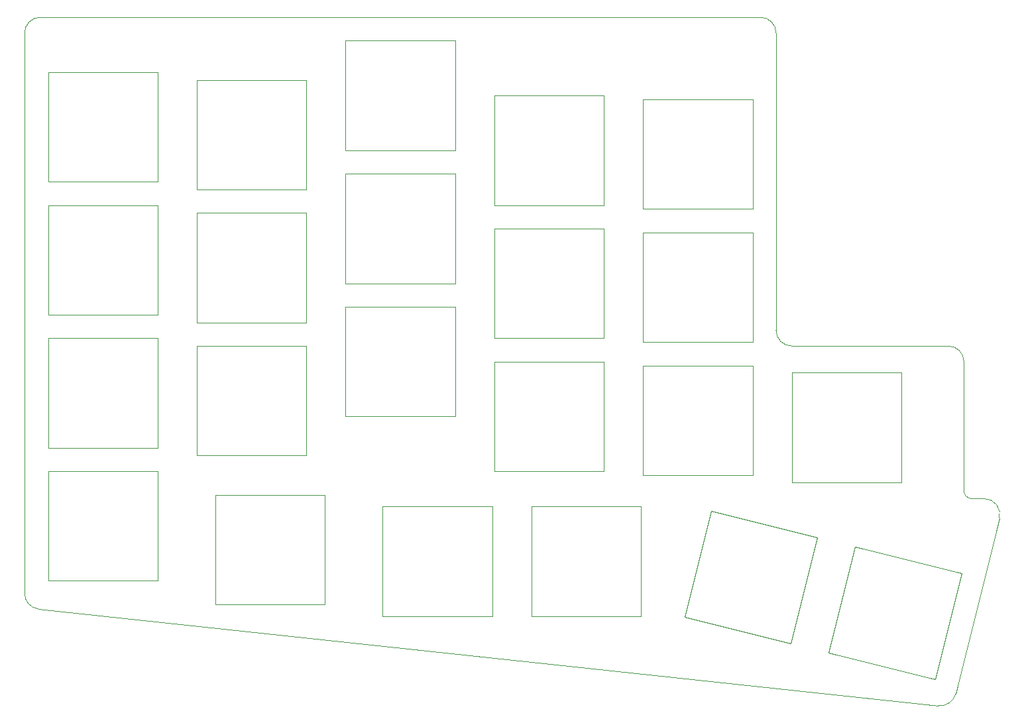
<source format=gbr>
G04 #@! TF.GenerationSoftware,KiCad,Pcbnew,(5.1.2)-2*
G04 #@! TF.CreationDate,2020-04-16T23:42:25+09:00*
G04 #@! TF.ProjectId,17mm topplate,31376d6d-2074-46f7-9070-6c6174652e6b,rev?*
G04 #@! TF.SameCoordinates,Original*
G04 #@! TF.FileFunction,Profile,NP*
%FSLAX46Y46*%
G04 Gerber Fmt 4.6, Leading zero omitted, Abs format (unit mm)*
G04 Created by KiCad (PCBNEW (5.1.2)-2) date 2020-04-16 23:42:25*
%MOMM*%
%LPD*%
G04 APERTURE LIST*
%ADD10C,0.050000*%
G04 APERTURE END LIST*
D10*
X202589999Y-131501502D02*
G75*
G02X204529999Y-133979999I1J-1998498D01*
G01*
X201000000Y-131500000D02*
G75*
G02X200000000Y-130500000I0J1000000D01*
G01*
X198000000Y-112000000D02*
G75*
G02X200000000Y-114000000I0J-2000000D01*
G01*
X201000000Y-131500000D02*
X202590000Y-131500000D01*
X200000000Y-114000000D02*
X200000000Y-130500000D01*
X192000000Y-115410000D02*
X192000000Y-129410000D01*
X178000000Y-115410000D02*
X192000000Y-115410000D01*
X178000000Y-129410000D02*
X178000000Y-115410000D01*
X192000000Y-129410000D02*
X178000000Y-129410000D01*
X199685523Y-141011383D02*
X196298617Y-154595523D01*
X186101383Y-137624477D02*
X199685523Y-141011383D01*
X182714477Y-151208617D02*
X186101383Y-137624477D01*
X196298617Y-154595523D02*
X182714477Y-151208617D01*
X181255523Y-136421383D02*
X177868617Y-150005523D01*
X167671383Y-133034477D02*
X181255523Y-136421383D01*
X164284477Y-146618617D02*
X167671383Y-133034477D01*
X177868617Y-150005523D02*
X164284477Y-146618617D01*
X173000000Y-114500000D02*
X173000000Y-128500000D01*
X159000000Y-114500000D02*
X173000000Y-114500000D01*
X159000000Y-128500000D02*
X159000000Y-114500000D01*
X173000000Y-128500000D02*
X159000000Y-128500000D01*
X173000000Y-97500000D02*
X173000000Y-111500000D01*
X159000000Y-97500000D02*
X173000000Y-97500000D01*
X159000000Y-111500000D02*
X159000000Y-97500000D01*
X173000000Y-111500000D02*
X159000000Y-111500000D01*
X173000000Y-80500000D02*
X173000000Y-94500000D01*
X159000000Y-80500000D02*
X173000000Y-80500000D01*
X159000000Y-94500000D02*
X159000000Y-80500000D01*
X173000000Y-94500000D02*
X159000000Y-94500000D01*
X158750000Y-132500000D02*
X158750000Y-146500000D01*
X144750000Y-132500000D02*
X158750000Y-132500000D01*
X144750000Y-146500000D02*
X144750000Y-132500000D01*
X158750000Y-146500000D02*
X144750000Y-146500000D01*
X154000000Y-114000000D02*
X154000000Y-128000000D01*
X140000000Y-114000000D02*
X154000000Y-114000000D01*
X140000000Y-128000000D02*
X140000000Y-114000000D01*
X154000000Y-128000000D02*
X140000000Y-128000000D01*
X154000000Y-97000000D02*
X154000000Y-111000000D01*
X140000000Y-97000000D02*
X154000000Y-97000000D01*
X140000000Y-111000000D02*
X140000000Y-97000000D01*
X154000000Y-111000000D02*
X140000000Y-111000000D01*
X154000000Y-80000000D02*
X154000000Y-94000000D01*
X140000000Y-80000000D02*
X154000000Y-80000000D01*
X140000000Y-94000000D02*
X140000000Y-80000000D01*
X154000000Y-94000000D02*
X140000000Y-94000000D01*
X139750000Y-132500000D02*
X139750000Y-146500000D01*
X125750000Y-132500000D02*
X139750000Y-132500000D01*
X125750000Y-146500000D02*
X125750000Y-132500000D01*
X139750000Y-146500000D02*
X125750000Y-146500000D01*
X135000000Y-107000000D02*
X135000000Y-121000000D01*
X121000000Y-107000000D02*
X135000000Y-107000000D01*
X121000000Y-121000000D02*
X121000000Y-107000000D01*
X135000000Y-121000000D02*
X121000000Y-121000000D01*
X135000000Y-90000000D02*
X135000000Y-104000000D01*
X121000000Y-90000000D02*
X135000000Y-90000000D01*
X121000000Y-104000000D02*
X121000000Y-90000000D01*
X135000000Y-104000000D02*
X121000000Y-104000000D01*
X135000000Y-73000000D02*
X135000000Y-87000000D01*
X121000000Y-73000000D02*
X135000000Y-73000000D01*
X121000000Y-87000000D02*
X121000000Y-73000000D01*
X135000000Y-87000000D02*
X121000000Y-87000000D01*
X118370000Y-131000000D02*
X118370000Y-145000000D01*
X104370000Y-131000000D02*
X118370000Y-131000000D01*
X104370000Y-145000000D02*
X104370000Y-131000000D01*
X118370000Y-145000000D02*
X104370000Y-145000000D01*
X116000000Y-112000000D02*
X116000000Y-126000000D01*
X102000000Y-112000000D02*
X116000000Y-112000000D01*
X102000000Y-126000000D02*
X102000000Y-112000000D01*
X116000000Y-126000000D02*
X102000000Y-126000000D01*
X116000000Y-95000000D02*
X116000000Y-109000000D01*
X102000000Y-95000000D02*
X116000000Y-95000000D01*
X102000000Y-109000000D02*
X102000000Y-95000000D01*
X116000000Y-109000000D02*
X102000000Y-109000000D01*
X116000000Y-78000000D02*
X116000000Y-92000000D01*
X102000000Y-78000000D02*
X116000000Y-78000000D01*
X102000000Y-92000000D02*
X102000000Y-78000000D01*
X116000000Y-92000000D02*
X102000000Y-92000000D01*
X97000000Y-128000000D02*
X97000000Y-142000000D01*
X83000000Y-128000000D02*
X97000000Y-128000000D01*
X83000000Y-142000000D02*
X83000000Y-128000000D01*
X97000000Y-142000000D02*
X83000000Y-142000000D01*
X97000000Y-111000000D02*
X97000000Y-125000000D01*
X83000000Y-111000000D02*
X97000000Y-111000000D01*
X83000000Y-125000000D02*
X83000000Y-111000000D01*
X97000000Y-125000000D02*
X83000000Y-125000000D01*
X97000000Y-94000000D02*
X97000000Y-108000000D01*
X83000000Y-94000000D02*
X97000000Y-94000000D01*
X83000000Y-108000000D02*
X83000000Y-94000000D01*
X97000000Y-108000000D02*
X83000000Y-108000000D01*
X97000000Y-77000000D02*
X97000000Y-91000000D01*
X83000000Y-77000000D02*
X97000000Y-77000000D01*
X83000000Y-91000000D02*
X83000000Y-77000000D01*
X97000000Y-91000000D02*
X83000000Y-91000000D01*
X80000000Y-72000000D02*
G75*
G02X82000000Y-70000000I2000000J0D01*
G01*
X174000000Y-70000000D02*
G75*
G02X176000000Y-72000000I0J-2000000D01*
G01*
X178000000Y-112000000D02*
G75*
G02X176000000Y-110000000I0J2000000D01*
G01*
X198930121Y-156440030D02*
G75*
G02X196780001Y-157939999I-1940121J490030D01*
G01*
X81790110Y-145598956D02*
G75*
G02X80000000Y-143610000I209890J1988956D01*
G01*
X174000000Y-70000000D02*
X82000000Y-70000000D01*
X176000000Y-110000000D02*
X176000000Y-72000000D01*
X198000000Y-112000000D02*
X178000000Y-112000000D01*
X198930000Y-156440000D02*
X204529999Y-133979999D01*
X81790000Y-145600000D02*
X196780000Y-157940000D01*
X80000000Y-72000000D02*
X80000000Y-143610000D01*
M02*

</source>
